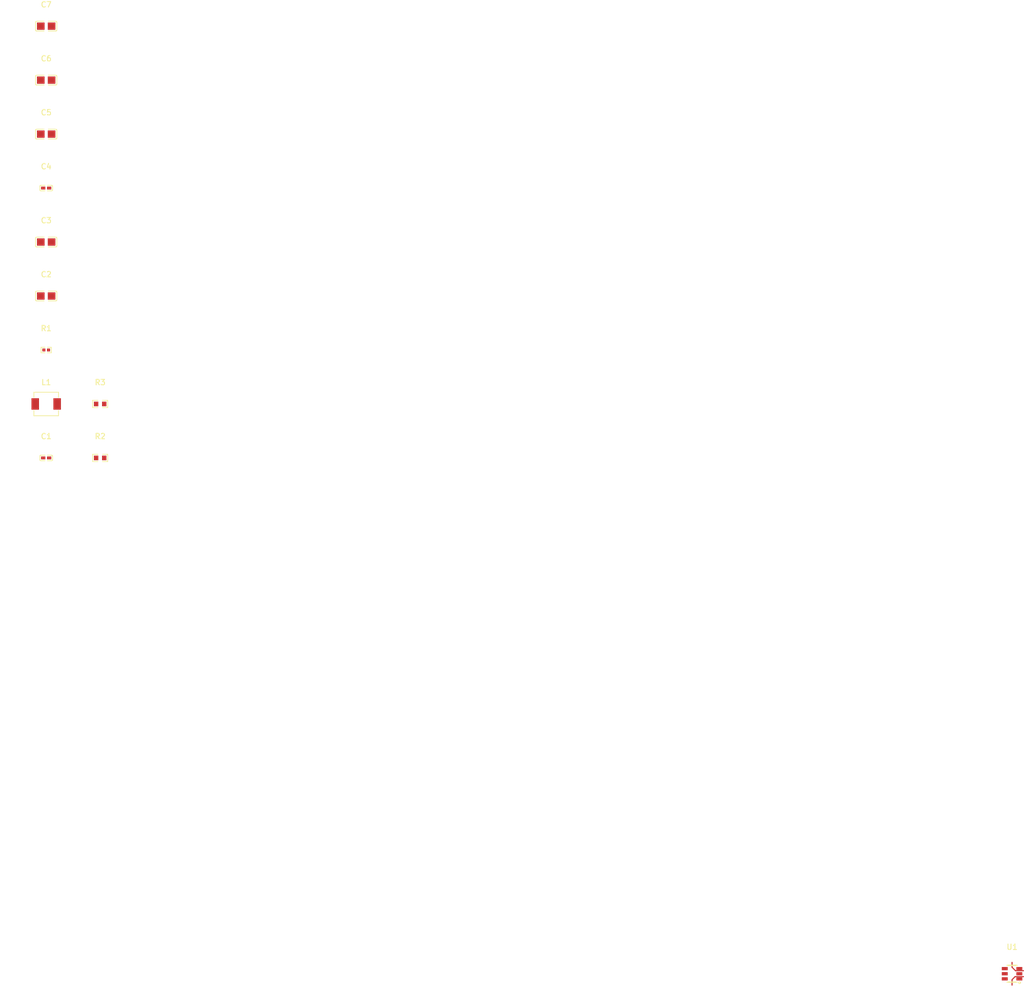
<source format=kicad_pcb>
(kicad_pcb (version 20241229) (generator "pcbnew") (generator_version "9.0")
  (layers (0 "F.Cu" signal) (2 "B.Cu" signal) (13 "F.Paste" user) (15 "B.Paste" user) (5 "F.SilkS" user "F.Silkscreen") (7 "B.SilkS" user "B.Silkscreen") (1 "F.Mask" user) (3 "B.Mask" user) (25 "Edge.Cuts" user))
  (net 0 "")
  (net 11 "VFB")
  (net 12 "hv")
  (net 13 "SW")
  (net 14 "gnd")
  (net 15 "VIN")
  (net 16 "EN")
  (net 17 "feedback_div-gnd")
  (net 18 "feedback_div-hv")
  (net 19 "VBST")
  (footprint "atopile:SOT-23-6_L2.9-W1.6-P0.95-LS2.8-BR-bfc73b" (layer "F.Cu") (at 178.87 95.57 0)
    (property "Reference" "U1" (at 0 -4.95 0) (layer "F.SilkS") (hide no))
    (property "Value" "")
    (fp_line (start -0.9 -1.55) (end 0.9 -1.55) (stroke (width 0.25)) (layer "F.SilkS"))
    (fp_line (start -0.9 1.55) (end 0.9 1.55) (stroke (width 0.25)) (layer "F.SilkS"))
    (fp_circle (center 1.4 1.65) (end 1.53 1.65) (stroke (width 0.25)) (fill no) (layer "F.SilkS"))
    (fp_text user "${REFERENCE}" (at 0 -4.95 0) (layer "F.SilkS"))
    (pad "3" smd rect (at 1.35 -0.95 0) (size 1.1 0.6) (layers "F.Cu" "F.Paste" "F.Mask") (net 15 "VIN"))
    (pad "2" smd rect (at 1.35 0 0) (size 1.1 0.6) (layers "F.Cu" "F.Paste" "F.Mask") (net 13 "SW"))
    (pad "1" smd rect (at 1.35 0.95 0) (size 1.1 0.6) (layers "F.Cu" "F.Paste" "F.Mask") (net 14 "gnd"))
    (pad "6" smd rect (at -1.35 0.95 0) (size 1.1 0.6) (layers "F.Cu" "F.Paste" "F.Mask") (net 19 "VBST"))
    (pad "5" smd rect (at -1.35 0 0) (size 1.1 0.6) (layers "F.Cu" "F.Paste" "F.Mask") (net 16 "EN"))
    (pad "4" smd rect (at -1.35 -0.95 0) (size 1.1 0.6) (layers "F.Cu" "F.Paste" "F.Mask") (net 11 "VFB"))
  )
  (footprint "atopile:C0402-b3ef17" (layer "F.Cu") (at 0 0 0)
    (property "Reference" "C1" (at 0 -4 0) (layer "F.SilkS") (hide no))
    (property "Value" "100nF ±10% 16V X7R")
    (fp_line (start 1.02 -0.5) (end 0.23 -0.5) (stroke (width 0.15)) (layer "F.SilkS"))
    (fp_line (start 0.23 0.5) (end 1.02 0.5) (stroke (width 0.15)) (layer "F.SilkS"))
    (fp_line (start 1.17 0.35) (end 1.17 -0.35) (stroke (width 0.15)) (layer "F.SilkS"))
    (fp_line (start -1.02 -0.5) (end -0.23 -0.5) (stroke (width 0.15)) (layer "F.SilkS"))
    (fp_line (start -0.23 0.5) (end -1.02 0.5) (stroke (width 0.15)) (layer "F.SilkS"))
    (fp_line (start -1.17 0.35) (end -1.17 -0.35) (stroke (width 0.15)) (layer "F.SilkS"))
    (fp_arc (start 1.17 0.35) (mid 1.1260660171779822 0.456066017177982) (end 1.02 0.4999999999999999) (stroke (width 0.15)) (layer "F.SilkS"))
    (fp_arc (start 1.02 -0.5) (mid 1.1260660171779822 -0.4560660171779821) (end 1.17 -0.35) (stroke (width 0.15)) (layer "F.SilkS"))
    (fp_arc (start -1.17 0.35) (mid -1.1260660171779822 0.456066017177982) (end -1.02 0.4999999999999999) (stroke (width 0.15)) (layer "F.SilkS"))
    (fp_arc (start -1.02 -0.5) (mid -1.1260660171779822 -0.4560660171779821) (end -1.17 -0.35) (stroke (width 0.15)) (layer "F.SilkS"))
    (fp_text user "${REFERENCE}" (at 0 -4 0) (layer "F.SilkS"))
    (pad "2" smd rect (at 0.55 0 0) (size 0.79 0.54) (layers "F.Cu" "F.Paste" "F.Mask") (net 13 "SW"))
    (pad "1" smd rect (at -0.55 0 0) (size 0.79 0.54) (layers "F.Cu" "F.Paste" "F.Mask") (net 19 "VBST"))
  )
  (footprint "atopile:IND-SMD_L4.4-W4.2-3ea78a" (layer "F.Cu") (at 0 -10 0)
    (property "Reference" "L1" (at 0 -4 0) (layer "F.SilkS") (hide no))
    (property "Value" "")
    (fp_line (start -2.28 -1.21) (end -2.28 -2.18) (stroke (width 0.15)) (layer "F.SilkS"))
    (fp_line (start -2.28 -2.18) (end 2.28 -2.18) (stroke (width 0.15)) (layer "F.SilkS"))
    (fp_line (start 2.28 -2.18) (end 2.28 -1.21) (stroke (width 0.15)) (layer "F.SilkS"))
    (fp_line (start -2.28 1.21) (end -2.28 2.18) (stroke (width 0.15)) (layer "F.SilkS"))
    (fp_line (start -2.28 2.18) (end 2.28 2.18) (stroke (width 0.15)) (layer "F.SilkS"))
    (fp_line (start 2.28 2.18) (end 2.28 1.21) (stroke (width 0.15)) (layer "F.SilkS"))
    (fp_text user "${REFERENCE}" (at 0 -4 0) (layer "F.SilkS"))
    (pad "1" smd rect (at 2.03 0 0) (size 1.4 2.12) (layers "F.Cu" "F.Paste" "F.Mask") (net 13 "SW"))
    (pad "2" smd rect (at -2.03 0 0) (size 1.4 2.12) (layers "F.Cu" "F.Paste" "F.Mask") (net 12 "hv"))
  )
  (footprint "atopile:R0402-56259e" (layer "F.Cu") (at 0 -20 0)
    (property "Reference" "R1" (at 0 -4 0) (layer "F.SilkS") (hide no))
    (property "Value" "10kΩ ±1% 62.5mW")
    (fp_line (start -0.23 0.5) (end -0.94 0.5) (stroke (width 0.15)) (layer "F.SilkS"))
    (fp_line (start -0.94 0.5) (end -0.94 -0.5) (stroke (width 0.15)) (layer "F.SilkS"))
    (fp_line (start -0.94 -0.5) (end -0.23 -0.5) (stroke (width 0.15)) (layer "F.SilkS"))
    (fp_line (start 0.23 0.5) (end 0.94 0.5) (stroke (width 0.15)) (layer "F.SilkS"))
    (fp_line (start 0.94 0.5) (end 0.94 -0.5) (stroke (width 0.15)) (layer "F.SilkS"))
    (fp_line (start 0.94 -0.5) (end 0.23 -0.5) (stroke (width 0.15)) (layer "F.SilkS"))
    (fp_text user "${REFERENCE}" (at 0 -4 0) (layer "F.SilkS"))
    (pad "2" smd rect (at 0.43 0 0) (size 0.57 0.54) (layers "F.Cu" "F.Paste" "F.Mask") (net 15 "VIN"))
    (pad "1" smd rect (at -0.43 0 0) (size 0.57 0.54) (layers "F.Cu" "F.Paste" "F.Mask") (net 16 "EN"))
  )
  (footprint "atopile:C0805-3b2e55" (layer "F.Cu") (at 0 -30 0)
    (property "Reference" "C2" (at 0 -4 0) (layer "F.SilkS") (hide no))
    (property "Value" "10µF ±10% 25V X5R")
    (fp_line (start 1.81 -0.9) (end 0.4 -0.9) (stroke (width 0.15)) (layer "F.SilkS"))
    (fp_line (start 0.4 0.9) (end 1.81 0.9) (stroke (width 0.15)) (layer "F.SilkS"))
    (fp_line (start 1.96 0.75) (end 1.96 -0.75) (stroke (width 0.15)) (layer "F.SilkS"))
    (fp_line (start -1.81 -0.9) (end -0.4 -0.9) (stroke (width 0.15)) (layer "F.SilkS"))
    (fp_line (start -0.4 0.9) (end -1.81 0.9) (stroke (width 0.15)) (layer "F.SilkS"))
    (fp_line (start -1.96 0.75) (end -1.96 -0.75) (stroke (width 0.15)) (layer "F.SilkS"))
    (fp_arc (start 1.96 0.75) (mid 1.9160660171779822 0.856066017177982) (end 1.81 0.8999999999999999) (stroke (width 0.15)) (layer "F.SilkS"))
    (fp_arc (start 1.81 -0.9) (mid 1.9160660171779822 -0.8560660171779821) (end 1.96 -0.75) (stroke (width 0.15)) (layer "F.SilkS"))
    (fp_arc (start -1.96 0.75) (mid -1.9160660171779822 0.856066017177982) (end -1.81 0.8999999999999999) (stroke (width 0.15)) (layer "F.SilkS"))
    (fp_arc (start -1.81 -0.9) (mid -1.9160660171779822 -0.8560660171779821) (end -1.96 -0.75) (stroke (width 0.15)) (layer "F.SilkS"))
    (fp_text user "${REFERENCE}" (at 0 -4 0) (layer "F.SilkS"))
    (pad "2" smd rect (at 1 0 0) (size 1.41 1.35) (layers "F.Cu" "F.Paste" "F.Mask") (net 14 "gnd"))
    (pad "1" smd rect (at -1 0 0) (size 1.41 1.35) (layers "F.Cu" "F.Paste" "F.Mask") (net 15 "VIN"))
  )
  (footprint "atopile:C0805-3b2e55" (layer "F.Cu") (at 0 -40 0)
    (property "Reference" "C3" (at 0 -4 0) (layer "F.SilkS") (hide no))
    (property "Value" "10µF ±10% 25V X5R")
    (fp_line (start 1.81 -0.9) (end 0.4 -0.9) (stroke (width 0.15)) (layer "F.SilkS"))
    (fp_line (start 0.4 0.9) (end 1.81 0.9) (stroke (width 0.15)) (layer "F.SilkS"))
    (fp_line (start 1.96 0.75) (end 1.96 -0.75) (stroke (width 0.15)) (layer "F.SilkS"))
    (fp_line (start -1.81 -0.9) (end -0.4 -0.9) (stroke (width 0.15)) (layer "F.SilkS"))
    (fp_line (start -0.4 0.9) (end -1.81 0.9) (stroke (width 0.15)) (layer "F.SilkS"))
    (fp_line (start -1.96 0.75) (end -1.96 -0.75) (stroke (width 0.15)) (layer "F.SilkS"))
    (fp_arc (start 1.96 0.75) (mid 1.9160660171779822 0.856066017177982) (end 1.81 0.8999999999999999) (stroke (width 0.15)) (layer "F.SilkS"))
    (fp_arc (start 1.81 -0.9) (mid 1.9160660171779822 -0.8560660171779821) (end 1.96 -0.75) (stroke (width 0.15)) (layer "F.SilkS"))
    (fp_arc (start -1.96 0.75) (mid -1.9160660171779822 0.856066017177982) (end -1.81 0.8999999999999999) (stroke (width 0.15)) (layer "F.SilkS"))
    (fp_arc (start -1.81 -0.9) (mid -1.9160660171779822 -0.8560660171779821) (end -1.96 -0.75) (stroke (width 0.15)) (layer "F.SilkS"))
    (fp_text user "${REFERENCE}" (at 0 -4 0) (layer "F.SilkS"))
    (pad "2" smd rect (at 1 0 0) (size 1.41 1.35) (layers "F.Cu" "F.Paste" "F.Mask") (net 14 "gnd"))
    (pad "1" smd rect (at -1 0 0) (size 1.41 1.35) (layers "F.Cu" "F.Paste" "F.Mask") (net 15 "VIN"))
  )
  (footprint "atopile:C0402-b3ef17" (layer "F.Cu") (at 0 -50 0)
    (property "Reference" "C4" (at 0 -4 0) (layer "F.SilkS") (hide no))
    (property "Value" "100nF ±10% 16V X7R")
    (fp_line (start 1.02 -0.5) (end 0.23 -0.5) (stroke (width 0.15)) (layer "F.SilkS"))
    (fp_line (start 0.23 0.5) (end 1.02 0.5) (stroke (width 0.15)) (layer "F.SilkS"))
    (fp_line (start 1.17 0.35) (end 1.17 -0.35) (stroke (width 0.15)) (layer "F.SilkS"))
    (fp_line (start -1.02 -0.5) (end -0.23 -0.5) (stroke (width 0.15)) (layer "F.SilkS"))
    (fp_line (start -0.23 0.5) (end -1.02 0.5) (stroke (width 0.15)) (layer "F.SilkS"))
    (fp_line (start -1.17 0.35) (end -1.17 -0.35) (stroke (width 0.15)) (layer "F.SilkS"))
    (fp_arc (start 1.17 0.35) (mid 1.1260660171779822 0.456066017177982) (end 1.02 0.4999999999999999) (stroke (width 0.15)) (layer "F.SilkS"))
    (fp_arc (start 1.02 -0.5) (mid 1.1260660171779822 -0.4560660171779821) (end 1.17 -0.35) (stroke (width 0.15)) (layer "F.SilkS"))
    (fp_arc (start -1.17 0.35) (mid -1.1260660171779822 0.456066017177982) (end -1.02 0.4999999999999999) (stroke (width 0.15)) (layer "F.SilkS"))
    (fp_arc (start -1.02 -0.5) (mid -1.1260660171779822 -0.4560660171779821) (end -1.17 -0.35) (stroke (width 0.15)) (layer "F.SilkS"))
    (fp_text user "${REFERENCE}" (at 0 -4 0) (layer "F.SilkS"))
    (pad "2" smd rect (at 0.55 0 0) (size 0.79 0.54) (layers "F.Cu" "F.Paste" "F.Mask") (net 14 "gnd"))
    (pad "1" smd rect (at -0.55 0 0) (size 0.79 0.54) (layers "F.Cu" "F.Paste" "F.Mask") (net 15 "VIN"))
  )
  (footprint "atopile:C0805-3b2e55" (layer "F.Cu") (at 0 -60 0)
    (property "Reference" "C5" (at 0 -4 0) (layer "F.SilkS") (hide no))
    (property "Value" "10µF ±10% 25V X5R")
    (fp_line (start 1.81 -0.9) (end 0.4 -0.9) (stroke (width 0.15)) (layer "F.SilkS"))
    (fp_line (start 0.4 0.9) (end 1.81 0.9) (stroke (width 0.15)) (layer "F.SilkS"))
    (fp_line (start 1.96 0.75) (end 1.96 -0.75) (stroke (width 0.15)) (layer "F.SilkS"))
    (fp_line (start -1.81 -0.9) (end -0.4 -0.9) (stroke (width 0.15)) (layer "F.SilkS"))
    (fp_line (start -0.4 0.9) (end -1.81 0.9) (stroke (width 0.15)) (layer "F.SilkS"))
    (fp_line (start -1.96 0.75) (end -1.96 -0.75) (stroke (width 0.15)) (layer "F.SilkS"))
    (fp_arc (start 1.96 0.75) (mid 1.9160660171779822 0.856066017177982) (end 1.81 0.8999999999999999) (stroke (width 0.15)) (layer "F.SilkS"))
    (fp_arc (start 1.81 -0.9) (mid 1.9160660171779822 -0.8560660171779821) (end 1.96 -0.75) (stroke (width 0.15)) (layer "F.SilkS"))
    (fp_arc (start -1.96 0.75) (mid -1.9160660171779822 0.856066017177982) (end -1.81 0.8999999999999999) (stroke (width 0.15)) (layer "F.SilkS"))
    (fp_arc (start -1.81 -0.9) (mid -1.9160660171779822 -0.8560660171779821) (end -1.96 -0.75) (stroke (width 0.15)) (layer "F.SilkS"))
    (fp_text user "${REFERENCE}" (at 0 -4 0) (layer "F.SilkS"))
    (pad "2" smd rect (at 1 0 0) (size 1.41 1.35) (layers "F.Cu" "F.Paste" "F.Mask") (net 14 "gnd"))
    (pad "1" smd rect (at -1 0 0) (size 1.41 1.35) (layers "F.Cu" "F.Paste" "F.Mask") (net 12 "hv"))
  )
  (footprint "atopile:C0805-3b2e55" (layer "F.Cu") (at 0 -70 0)
    (property "Reference" "C6" (at 0 -4 0) (layer "F.SilkS") (hide no))
    (property "Value" "10µF ±10% 25V X5R")
    (fp_line (start 1.81 -0.9) (end 0.4 -0.9) (stroke (width 0.15)) (layer "F.SilkS"))
    (fp_line (start 0.4 0.9) (end 1.81 0.9) (stroke (width 0.15)) (layer "F.SilkS"))
    (fp_line (start 1.96 0.75) (end 1.96 -0.75) (stroke (width 0.15)) (layer "F.SilkS"))
    (fp_line (start -1.81 -0.9) (end -0.4 -0.9) (stroke (width 0.15)) (layer "F.SilkS"))
    (fp_line (start -0.4 0.9) (end -1.81 0.9) (stroke (width 0.15)) (layer "F.SilkS"))
    (fp_line (start -1.96 0.75) (end -1.96 -0.75) (stroke (width 0.15)) (layer "F.SilkS"))
    (fp_arc (start 1.96 0.75) (mid 1.9160660171779822 0.856066017177982) (end 1.81 0.8999999999999999) (stroke (width 0.15)) (layer "F.SilkS"))
    (fp_arc (start 1.81 -0.9) (mid 1.9160660171779822 -0.8560660171779821) (end 1.96 -0.75) (stroke (width 0.15)) (layer "F.SilkS"))
    (fp_arc (start -1.96 0.75) (mid -1.9160660171779822 0.856066017177982) (end -1.81 0.8999999999999999) (stroke (width 0.15)) (layer "F.SilkS"))
    (fp_arc (start -1.81 -0.9) (mid -1.9160660171779822 -0.8560660171779821) (end -1.96 -0.75) (stroke (width 0.15)) (layer "F.SilkS"))
    (fp_text user "${REFERENCE}" (at 0 -4 0) (layer "F.SilkS"))
    (pad "2" smd rect (at 1 0 0) (size 1.41 1.35) (layers "F.Cu" "F.Paste" "F.Mask") (net 14 "gnd"))
    (pad "1" smd rect (at -1 0 0) (size 1.41 1.35) (layers "F.Cu" "F.Paste" "F.Mask") (net 12 "hv"))
  )
  (footprint "atopile:C0805-3b2e55" (layer "F.Cu") (at 0 -80 0)
    (property "Reference" "C7" (at 0 -4 0) (layer "F.SilkS") (hide no))
    (property "Value" "10µF ±10% 25V X5R")
    (fp_line (start 1.81 -0.9) (end 0.4 -0.9) (stroke (width 0.15)) (layer "F.SilkS"))
    (fp_line (start 0.4 0.9) (end 1.81 0.9) (stroke (width 0.15)) (layer "F.SilkS"))
    (fp_line (start 1.96 0.75) (end 1.96 -0.75) (stroke (width 0.15)) (layer "F.SilkS"))
    (fp_line (start -1.81 -0.9) (end -0.4 -0.9) (stroke (width 0.15)) (layer "F.SilkS"))
    (fp_line (start -0.4 0.9) (end -1.81 0.9) (stroke (width 0.15)) (layer "F.SilkS"))
    (fp_line (start -1.96 0.75) (end -1.96 -0.75) (stroke (width 0.15)) (layer "F.SilkS"))
    (fp_arc (start 1.96 0.75) (mid 1.9160660171779822 0.856066017177982) (end 1.81 0.8999999999999999) (stroke (width 0.15)) (layer "F.SilkS"))
    (fp_arc (start 1.81 -0.9) (mid 1.9160660171779822 -0.8560660171779821) (end 1.96 -0.75) (stroke (width 0.15)) (layer "F.SilkS"))
    (fp_arc (start -1.96 0.75) (mid -1.9160660171779822 0.856066017177982) (end -1.81 0.8999999999999999) (stroke (width 0.15)) (layer "F.SilkS"))
    (fp_arc (start -1.81 -0.9) (mid -1.9160660171779822 -0.8560660171779821) (end -1.96 -0.75) (stroke (width 0.15)) (layer "F.SilkS"))
    (fp_text user "${REFERENCE}" (at 0 -4 0) (layer "F.SilkS"))
    (pad "2" smd rect (at 1 0 0) (size 1.41 1.35) (layers "F.Cu" "F.Paste" "F.Mask") (net 14 "gnd"))
    (pad "1" smd rect (at -1 0 0) (size 1.41 1.35) (layers "F.Cu" "F.Paste" "F.Mask") (net 12 "hv"))
  )
  (footprint "atopile:R0603-ebcab9" (layer "F.Cu") (at 10 0 0)
    (property "Reference" "R2" (at 0 -4 0) (layer "F.SilkS") (hide no))
    (property "Value" "1kΩ ±1% 100mW")
    (fp_line (start 0.43 0.66) (end 1.39 0.66) (stroke (width 0.15)) (layer "F.SilkS"))
    (fp_line (start 1.39 0.66) (end 1.39 -0.66) (stroke (width 0.15)) (layer "F.SilkS"))
    (fp_line (start 1.39 -0.66) (end 0.43 -0.66) (stroke (width 0.15)) (layer "F.SilkS"))
    (fp_line (start -0.43 0.66) (end -1.39 0.66) (stroke (width 0.15)) (layer "F.SilkS"))
    (fp_line (start -1.39 0.66) (end -1.39 -0.66) (stroke (width 0.15)) (layer "F.SilkS"))
    (fp_line (start -1.39 -0.66) (end -0.43 -0.66) (stroke (width 0.15)) (layer "F.SilkS"))
    (fp_text user "${REFERENCE}" (at 0 -4 0) (layer "F.SilkS"))
    (pad "2" smd rect (at 0.75 0 0) (size 0.81 0.86) (layers "F.Cu" "F.Paste" "F.Mask") (net 17 "feedback_div-gnd"))
    (pad "1" smd rect (at -0.75 0 0) (size 0.81 0.86) (layers "F.Cu" "F.Paste" "F.Mask") (net 11 "VFB"))
  )
  (footprint "atopile:R0603-ebcab9" (layer "F.Cu") (at 10 -10 0)
    (property "Reference" "R3" (at 0 -4 0) (layer "F.SilkS") (hide no))
    (property "Value" "1kΩ ±1% 100mW")
    (fp_line (start 0.43 0.66) (end 1.39 0.66) (stroke (width 0.15)) (layer "F.SilkS"))
    (fp_line (start 1.39 0.66) (end 1.39 -0.66) (stroke (width 0.15)) (layer "F.SilkS"))
    (fp_line (start 1.39 -0.66) (end 0.43 -0.66) (stroke (width 0.15)) (layer "F.SilkS"))
    (fp_line (start -0.43 0.66) (end -1.39 0.66) (stroke (width 0.15)) (layer "F.SilkS"))
    (fp_line (start -1.39 0.66) (end -1.39 -0.66) (stroke (width 0.15)) (layer "F.SilkS"))
    (fp_line (start -1.39 -0.66) (end -0.43 -0.66) (stroke (width 0.15)) (layer "F.SilkS"))
    (fp_text user "${REFERENCE}" (at 0 -4 0) (layer "F.SilkS"))
    (pad "2" smd rect (at 0.75 0 0) (size 0.81 0.86) (layers "F.Cu" "F.Paste" "F.Mask") (net 11 "VFB"))
    (pad "1" smd rect (at -0.75 0 0) (size 0.81 0.86) (layers "F.Cu" "F.Paste" "F.Mask") (net 18 "feedback_div-hv"))
  )
  (segment (start 180.99 96.11) (end 179.43 96.11) (width 0.2) (net 0) (layer "F.Cu"))
  (segment (start 179.43 96.11) (end 178.87 96.67) (width 0.2) (net 0) (layer "F.Cu"))
  (segment (start 178.87 96.67) (end 178.87 97.68) (width 0.2) (net 0) (layer "F.Cu"))
  (segment (start 178.87 94.371668) (end 178.87 93.46) (width 0.2) (net 0) (layer "F.Cu"))
  (segment (start 180.99 95.01) (end 179.508332 95.01) (width 0.2) (net 0) (layer "F.Cu"))
  (segment (start 179.508332 95.01) (end 178.87 94.371668) (width 0.2) (net 0) (layer "F.Cu"))
)
</source>
